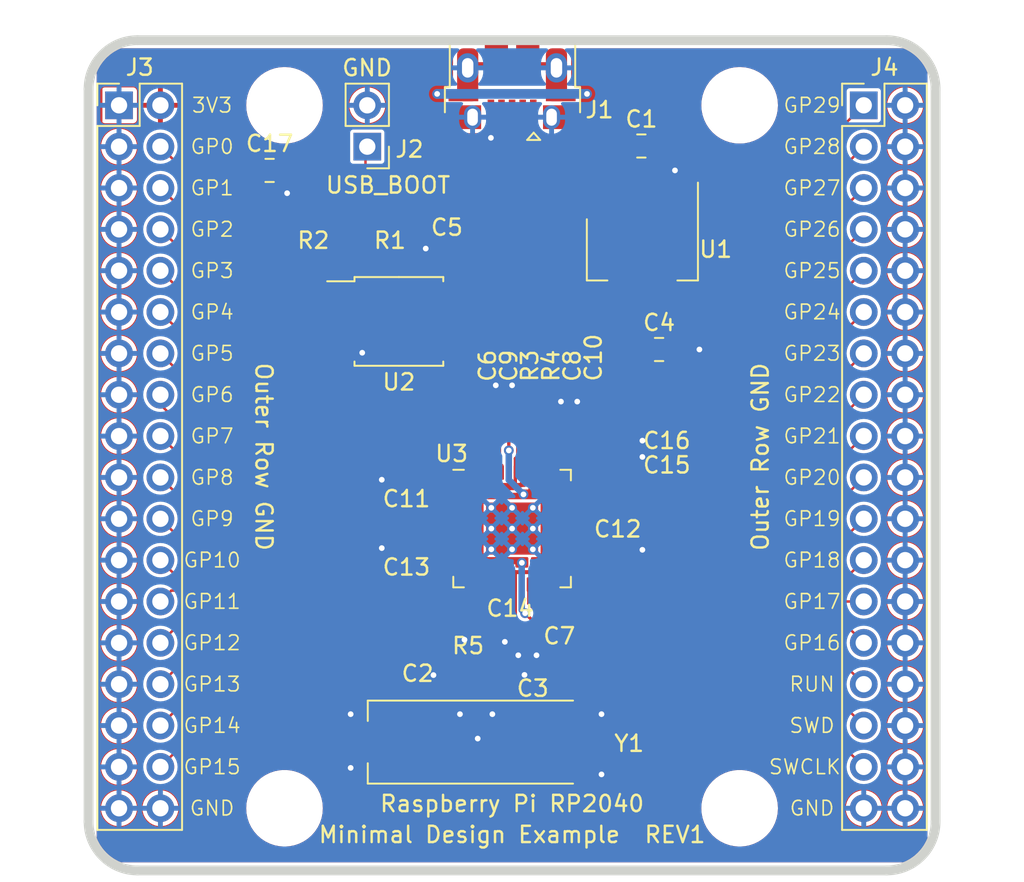
<source format=kicad_pcb>
(kicad_pcb (version 20221018) (generator pcbnew)
  (title_block (title "RP2040 Minimal Design Example") (date "2020-07-13") (rev "REV1") (company "Raspberry Pi (Trading) Ltd"))
  (layers (0 "F.Cu" signal) (31 "B.Cu" signal) (34 "B.Paste" user) (35 "F.Paste" user) (36 "B.SilkS" user "B.Silkscreen") (37 "F.SilkS" user "F.Silkscreen") (38 "B.Mask" user) (39 "F.Mask" user) (44 "Edge.Cuts" user))
  (net 0 "")
  (net 1 "GND")
  (net 2 "VBUS")
  (net 3 "/XIN")
  (net 4 "/XOUT")
  (net 5 "+3V3")
  (net 6 "+1V1")
  (net 7 "Net-(J1-Pad4)")
  (net 8 "/~{USB_BOOT}")
  (net 9 "/GPIO15")
  (net 10 "/GPIO14")
  (net 11 "/GPIO13")
  (net 12 "/GPIO12")
  (net 13 "/GPIO11")
  (net 14 "/GPIO10")
  (net 15 "/GPIO9")
  (net 16 "/GPIO8")
  (net 17 "/GPIO7")
  (net 18 "/GPIO6")
  (net 19 "/GPIO5")
  (net 20 "/GPIO4")
  (net 21 "/GPIO3")
  (net 22 "/GPIO2")
  (net 23 "/GPIO1")
  (net 24 "/GPIO0")
  (net 25 "/GPIO29_ADC3")
  (net 26 "/GPIO28_ADC2")
  (net 27 "/GPIO27_ADC1")
  (net 28 "/GPIO26_ADC0")
  (net 29 "/GPIO25")
  (net 30 "/GPIO24")
  (net 31 "/GPIO23")
  (net 32 "/GPIO22")
  (net 33 "/GPIO21")
  (net 34 "/GPIO20")
  (net 35 "/GPIO19")
  (net 36 "/GPIO18")
  (net 37 "/GPIO17")
  (net 38 "/GPIO16")
  (net 39 "/RUN")
  (net 40 "/SWD")
  (net 41 "/SWCLK")
  (net 42 "/QSPI_SS")
  (net 43 "Net-(R3-Pad2)")
  (net 44 "Net-(R4-Pad2)")
  (net 45 "/QSPI_SD3")
  (net 46 "/QSPI_SCLK")
  (net 47 "/QSPI_SD0")
  (net 48 "/QSPI_SD2")
  (net 49 "/QSPI_SD1")
  (net 50 "/USB_D+")
  (net 51 "/USB_D-")
  (net 52 "Net-(C3-Pad1)")
  (footprint "Capacitor_SMD:C_0805_2012Metric" (layer "F.Cu") (at 109.025 89)
    (fp_text reference "C4")
    (fp_text value "10u")
  )
  (footprint "RP2040_minimal:USB_Micro-B_Amphenol_10103594-0001LF_Horizontal_modified" (layer "F.Cu") (at 100 71.7 180)
    (fp_text reference "J1")
    (fp_text value "USB_B_Micro")
  )
  (footprint "Connector_PinHeader_2.54mm:PinHeader_1x02_P2.54mm_Vertical" (layer "F.Cu") (at 91.11 76.54 180)
    (fp_text reference "J2")
    (fp_text value "Conn_01x02")
  )
  (footprint "Connector_PinHeader_2.54mm:PinHeader_2x18_P2.54mm_Vertical" (layer "F.Cu") (at 75.87 74)
    (fp_text reference "J3")
    (fp_text value "Conn_02x18_Odd_Even")
  )
  (footprint "Capacitor_SMD:C_0402_1005Metric" (layer "F.Cu") (at 104 93.515 90)
    (fp_text reference "C10")
    (fp_text value "1u")
  )
  (footprint "Capacitor_SMD:C_0402_1005Metric" (layer "F.Cu") (at 103 93.515 90)
    (fp_text reference "C8")
    (fp_text value "1u")
  )
  (footprint "Capacitor_SMD:C_0402_1005Metric" (layer "F.Cu") (at 93.515 101.2 180)
    (fp_text reference "C13")
    (fp_text value "100n")
  )
  (footprint "Capacitor_SMD:C_0402_1005Metric" (layer "F.Cu") (at 96.185 82.83 180)
    (fp_text reference "C5")
    (fp_text value "100n")
  )
  (footprint "Capacitor_SMD:C_0402_1005Metric" (layer "F.Cu") (at 89.5 82.315 -90)
    (fp_text reference "R2")
    (fp_text value "DNF")
  )
  (footprint "Connector_PinHeader_2.54mm:PinHeader_2x18_P2.54mm_Vertical" (layer "F.Cu") (at 121.59 74)
    (fp_text reference "J4")
    (fp_text value "Conn_02x18_Odd_Even")
  )
  (footprint "Package_TO_SOT_SMD:SOT-223-3_TabPin2" (layer "F.Cu") (at 108 82.85 -90)
    (fp_text reference "U1")
    (fp_text value "NCP1117-3.3_SOT223")
  )
  (footprint "Package_SO:SOIC-8_5.23x5.23mm_P1.27mm" (layer "F.Cu") (at 93.05 87.275)
    (fp_text reference "U2")
    (fp_text value "W25Q128JVS")
  )
  (footprint "Capacitor_SMD:C_0402_1005Metric" (layer "F.Cu") (at 99.485 109)
    (fp_text reference "C3")
    (fp_text value "27p")
  )
  (footprint "Capacitor_SMD:C_0402_1005Metric" (layer "F.Cu") (at 91 82.315 90)
    (fp_text reference "R1")
    (fp_text value "1k")
  )
  (footprint "Capacitor_SMD:C_0402_1005Metric" (layer "F.Cu") (at 100 92.515 90)
    (fp_text reference "C9")
    (fp_text value "100n")
  )
  (footprint "Capacitor_SMD:C_0402_1005Metric" (layer "F.Cu") (at 106.485 101.2)
    (fp_text reference "C12")
    (fp_text value "100n")
  )
  (footprint "Capacitor_SMD:C_0402_1005Metric" (layer "F.Cu") (at 100.381 106.485 -90)
    (fp_text reference "C14")
    (fp_text value "100n")
  )
  (footprint "Capacitor_SMD:C_0402_1005Metric" (layer "F.Cu") (at 101 93.515 -90)
    (fp_text reference "R3")
    (fp_text value "27")
  )
  (footprint "Capacitor_SMD:C_0402_1005Metric" (layer "F.Cu") (at 101.5 106.485 -90)
    (fp_text reference "C7")
    (fp_text value "100n")
  )
  (footprint "Capacitor_SMD:C_0805_2012Metric" (layer "F.Cu") (at 107.9375 76.5)
    (fp_text reference "C1")
    (fp_text value "10u")
  )
  (footprint "Capacitor_SMD:C_0402_1005Metric" (layer "F.Cu") (at 93.515 97 180)
    (fp_text reference "C11")
    (fp_text value "100n")
  )
  (footprint "Capacitor_SMD:C_0402_1005Metric" (layer "F.Cu") (at 106.485 94.6)
    (fp_text reference "C16")
    (fp_text value "100n")
  )
  (footprint "RP2040_minimal:RP2040-QFN-56" (layer "F.Cu") (at 100 100)
    (fp_text reference "U3")
    (fp_text value "RP2040")
  )
  (footprint "Capacitor_SMD:C_0402_1005Metric" (layer "F.Cu") (at 96.515 109 180)
    (fp_text reference "C2")
    (fp_text value "27p")
  )
  (footprint "MountingHole:MountingHole_2.7mm_M2.5" (layer "F.Cu") (at 113.97 74)
    (fp_text reference "H2" hide)
    (fp_text value "MountingHole")
  )
  (footprint "Capacitor_SMD:C_0402_1005Metric" (layer "F.Cu") (at 102 93.515 -90)
    (fp_text reference "R4")
    (fp_text value "27")
  )
  (footprint "MountingHole:MountingHole_2.7mm_M2.5" (layer "F.Cu") (at 113.97 117.18)
    (fp_text reference "H3" hide)
    (fp_text value "MountingHole")
  )
  (footprint "Capacitor_SMD:C_0402_1005Metric" (layer "F.Cu") (at 99 92.515 90)
    (fp_text reference "C6")
    (fp_text value "100n")
  )
  (footprint "Capacitor_SMD:C_0402_1005Metric" (layer "F.Cu") (at 106.485 96)
    (fp_text reference "C15")
    (fp_text value "100n")
  )
  (footprint "Capacitor_SMD:C_0402_1005Metric" (layer "F.Cu") (at 98.7 107.115 -90)
    (fp_text reference "R5")
    (fp_text value "1k")
  )
  (footprint "MountingHole:MountingHole_2.7mm_M2.5" (layer "F.Cu") (at 86.03 74)
    (fp_text reference "H1" hide)
    (fp_text value "MountingHole")
  )
  (footprint "MountingHole:MountingHole_2.7mm_M2.5" (layer "F.Cu") (at 86.03 117.18)
    (fp_text reference "H4" hide)
    (fp_text value "MountingHole")
  )
  (footprint "RP2040_minimal:Crystal_SMD_HC49-US" (layer "F.Cu") (at 97.841 113.116)
    (fp_text reference "Y1")
    (fp_text value "ABLS-12.000MHZ-B4-T")
  )
  (footprint "Capacitor_SMD:C_0805_2012Metric" (layer "F.Cu") (at 85.115 78)
    (fp_text reference "C17")
    (fp_text value "10u")
  )
  (gr_line (start 123 121) (end 77 121) (stroke (width 0.6)) (layer "Edge.Cuts"))
  (gr_line (start 126 73) (end 126 118) (stroke (width 0.6)) (layer "Edge.Cuts"))
  (gr_line (start 77 70) (end 123 70) (stroke (width 0.6)) (layer "Edge.Cuts"))
  (gr_line (start 74 118) (end 74 73) (stroke (width 0.6)) (layer "Edge.Cuts"))
  (gr_arc (start 74 73) (mid 74.87868 70.87868) (end 77 70) (stroke (width 0.6)) (layer "Edge.Cuts"))
  (gr_arc (start 126 118) (mid 125.12132 120.12132) (end 123 121) (stroke (width 0.6)) (layer "Edge.Cuts"))
  (gr_arc (start 77 121) (mid 74.87868 120.12132) (end 74 118) (stroke (width 0.6)) (layer "Edge.Cuts"))
  (gr_arc (start 123 70) (mid 125.12132 70.87868) (end 126 73) (stroke (width 0.6)) (layer "Edge.Cuts"))
  (gr_text "GP1" (at 81.585 79.08) (layer "F.SilkS") (effects (font (size 0.9 0.9) (thickness 0.1))))
  (gr_text "GP2" (at 81.585 81.62) (layer "F.SilkS") (effects (font (size 0.9 0.9) (thickness 0.1))))
  (gr_text "GP3" (at 81.585 84.16) (layer "F.SilkS") (effects (font (size 0.9 0.9) (thickness 0.1))))
  (gr_text "GP4" (at 81.585 86.7) (layer "F.SilkS") (effects (font (size 0.9 0.9) (thickness 0.1))))
  (gr_text "GP5" (at 81.585 89.24) (layer "F.SilkS") (effects (font (size 0.9 0.9) (thickness 0.1))))
  (gr_text "GP6" (at 81.585 91.78) (layer "F.SilkS") (effects (font (size 0.9 0.9) (thickness 0.1))))
  (gr_text "GP7" (at 81.585 94.32) (layer "F.SilkS") (effects (font (size 0.9 0.9) (thickness 0.1))))
  (gr_text "GP8" (at 81.585 96.86) (layer "F.SilkS") (effects (font (size 0.9 0.9) (thickness 0.1))))
  (gr_text "GP9" (at 81.585 99.4) (layer "F.SilkS") (effects (font (size 0.9 0.9) (thickness 0.1))))
  (gr_text "GP11" (at 81.585 104.48) (layer "F.SilkS") (effects (font (size 0.9 0.9) (thickness 0.1))))
  (gr_text "GP10" (at 81.585 101.94) (layer "F.SilkS") (effects (font (size 0.9 0.9) (thickness 0.1))))
  (gr_text "GP12" (at 81.585 107.02) (layer "F.SilkS") (effects (font (size 0.9 0.9) (thickness 0.1))))
  (gr_text "GP13" (at 81.585 109.56) (layer "F.SilkS") (effects (font (size 0.9 0.9) (thickness 0.1))))
  (gr_text "GP15" (at 81.585 114.64) (layer "F.SilkS") (effects (font (size 0.9 0.9) (thickness 0.1))))
  (gr_text "GP14" (at 81.585 112.1) (layer "F.SilkS") (effects (font (size 0.9 0.9) (thickness 0.1))))
  (gr_text "GP28" (at 118.415 76.54) (layer "F.SilkS") (effects (font (size 0.9 0.9) (thickness 0.1))))
  (gr_text "GP27" (at 118.415 79.08) (layer "F.SilkS") (effects (font (size 0.9 0.9) (thickness 0.1))))
  (gr_text "GP26" (at 118.415 81.62) (layer "F.SilkS") (effects (font (size 0.9 0.9) (thickness 0.1))))
  (gr_text "GP25" (at 118.415 84.16) (layer "F.SilkS") (effects (font (size 0.9 0.9) (thickness 0.1))))
  (gr_text "GP24" (at 118.415 86.7) (layer "F.SilkS") (effects (font (size 0.9 0.9) (thickness 0.1))))
  (gr_text "GP23" (at 118.415 89.24) (layer "F.SilkS") (effects (font (size 0.9 0.9) (thickness 0.1))))
  (gr_text "GP21" (at 118.415 94.32) (layer "F.SilkS") (effects (font (size 0.9 0.9) (thickness 0.1))))
  (gr_text "GP20" (at 118.415 96.86) (layer "F.SilkS") (effects (font (size 0.9 0.9) (thickness 0.1))))
  (gr_text "GP19" (at 118.415 99.4) (layer "F.SilkS") (effects (font (size 0.9 0.9) (thickness 0.1))))
  (gr_text "GP17" (at 118.415 104.48) (layer "F.SilkS") (effects (font (size 0.9 0.9) (thickness 0.1))))
  (gr_text "GP22" (at 118.415 91.78) (layer "F.SilkS") (effects (font (size 0.9 0.9) (thickness 0.1))))
  (gr_text "GP18" (at 118.415 101.94) (layer "F.SilkS") (effects (font (size 0.9 0.9) (thickness 0.1))))
  (gr_text "SWCLK" (at 117.9705 114.64) (layer "F.SilkS") (effects (font (size 0.9 0.9) (thickness 0.1))))
  (gr_text "SWD" (at 118.415 112.1) (layer "F.SilkS") (effects (font (size 0.9 0.9) (thickness 0.1))))
  (gr_text "GP16" (at 118.415 107.02) (layer "F.SilkS") (effects (font (size 0.9 0.9) (thickness 0.1))))
  (gr_text "RUN" (at 118.415 109.56) (layer "F.SilkS") (effects (font (size 0.9 0.9) (thickness 0.1))))
  (gr_text "GND" (at 81.585 117.18) (layer "F.SilkS") (effects (font (size 0.9 0.9) (thickness 0.1))))
  (gr_text "GND" (at 118.415 117.18) (layer "F.SilkS") (effects (font (size 0.9 0.9) (thickness 0.1))))
  (gr_text "GP29" (at 118.415 74) (layer "F.SilkS") (effects (font (size 0.9 0.9) (thickness 0.1))))
  (gr_text "Outer Row GND" (at 84.76 95.59 270) (layer "F.SilkS") (effects (font (size 1 1))))
  (gr_text "Outer Row GND" (at 115.24 95.59 90) (layer "F.SilkS") (effects (font (size 1 1))))
  (gr_text "Raspberry Pi RP2040" (at 100 116.9) (layer "F.SilkS") (effects (font (size 1 1))))
  (gr_text "Minimal Design Example  REV1" (at 100 118.8) (layer "F.SilkS") (effects (font (size 1 1))))
  (gr_text "GP0" (at 81.585 76.54) (layer "F.SilkS") (effects (font (size 0.9 0.9) (thickness 0.1))))
  (gr_text "3V3" (at 81.585 74) (layer "F.SilkS") (effects (font (size 0.9 0.9) (thickness 0.1))))
  (gr_text "GND" (at 91.1 71.7) (layer "F.SilkS") (effects (font (size 1 1))))
  (gr_text "\nUSB_BOOT" (at 92.38 78.1) (layer "F.SilkS") (effects (font (size 1 1))))
  (segment (start 93.03 101.2) (end 92 101.2) (width 0.2) (layer "F.Cu") (net 1))
  (segment (start 101.5 106.97) (end 101.5 107.782004) (width 0.2) (layer "F.Cu") (net 1))
  (segment (start 99 113.35) (end 99 114.4) (width 0.2) (layer "F.Cu") (net 1))
  (segment (start 95.375 82.8) (end 94.7 82.8) (width 0.2) (layer "F.Cu") (net 1))
  (segment (start 100.7505 109) (end 100.762 108.9885) (width 0.15) (layer "F.Cu") (net 1))
  (segment (start 110.3 79.7) (end 110.3 78.3) (width 0.2) (layer "F.Cu") (net 1))
  (segment (start 89.45 89.18) (end 90.78 89.18) (width 0.2) (layer "F.Cu") (net 1))
  (segment (start 86.14 78) (end 86.14 79.25) (width 0.15) (layer "F.Cu") (net 1))
  (segment (start 93.03 97) (end 92 97) (width 0.2) (layer "F.Cu") (net 1))
  (segment (start 110.05 89) (end 111.5 89) (width 0.2) (layer "F.Cu") (net 1))
  (segment (start 106.97 96) (end 107.6 96) (width 0.15) (layer "F.Cu") (net 1))
  (segment (start 102.46 71.45) (end 102.73 71.72) (width 0.2) (layer "F.Cu") (net 1))
  (segment (start 100.381 106.97) (end 100.381 107.781984) (width 0.2) (layer "F.Cu") (net 1))
  (segment (start 103 93.03) (end 103 92.2) (width 0.2) (layer "F.Cu") (net 1))
  (segment (start 99.04 71.45) (end 97.54 71.45) (width 0.2) (layer "F.Cu") (net 1))
  (segment (start 97.079 106.5755) (end 97.079 106.8295) (width 0.15) (layer "F.Cu") (net 1))
  (segment (start 97.54 71.45) (end 97.27 71.72) (width 0.2) (layer "F.Cu") (net 1))
  (segment (start 106.97 101.2) (end 107.075 101.305) (width 0.2) (layer "F.Cu") (net 1))
  (segment (start 99.97 108.68) (end 99.5555 108.2655) (width 0.15) (layer "F.Cu") (net 1))
  (segment (start 108.875 76.875) (end 110 78) (width 0.2) (layer "F.Cu") (net 1))
  (segment (start 99.97 109) (end 99.97 108.68) (width 0.15) (layer "F.Cu") (net 1))
  (segment (start 100.96 71.45) (end 102.46 71.45) (width 0.2) (layer "F.Cu") (net 1))
  (segment (start 96.8 111.65) (end 96.8 110.599974) (width 0.2) (layer "F.Cu") (net 1))
  (segment (start 99 103.4375) (end 99 104.6545) (width 0.15) (layer "F.Cu") (net 1))
  (segment (start 106.97 94.6) (end 108 94.6) (width 0.2) (layer "F.Cu") (net 1))
  (segment (start 95.405 82.83) (end 95.375 82.8) (width 0.2) (layer "F.Cu") (net 1))
  (segment (start 104 93.03) (end 104 92.2) (width 0.2) (layer "F.Cu") (net 1))
  (segment (start 96.03 109) (end 95.174 109) (width 0.2) (layer "F.Cu") (net 1))
  (segment (start 95.7 82.83) (end 95.405 82.83) (width 0.2) (layer "F.Cu") (net 1))
  (segment (start 100 92.03) (end 100 91.2) (width 0.2) (layer "F.Cu") (net 1))
  (segment (start 108.875 76.5) (end 108.875 76.875) (width 0.2) (layer "F.Cu") (net 1))
  (segment (start 99 92.03) (end 99 91.200008) (width 0.2) (layer "F.Cu") (net 1))
  (segment (start 99 104.6545) (end 97.079 106.5755) (width 0.15) (layer "F.Cu") (net 1))
  (segment (start 107.6 96) (end 108 95.6) (width 0.15) (layer "F.Cu") (net 1))
  (segment (start 86.14 78.95) (end 86.19 79) (width 0.15) (layer "F.Cu") (net 1))
  (segment (start 98.7 74.6) (end 98.7 76) (width 0.2) (layer "F.Cu") (net 1))
  (segment (start 100.381 107.781984) (end 100.380994 107.78199) (width 0.2) (layer "F.Cu") (net 1))
  (segment (start 86.19 79) (end 86.19 79.1) (width 0.15) (layer "F.Cu") (net 1))
  (segment (start 90.78 89.18) (end 90.8 89.2) (width 0.2) (layer "F.Cu") (net 1))
  (segment (start 99.97 109) (end 100.7505 109) (width 0.15) (layer "F.Cu") (net 1))
  (segment (start 107.075 101.305) (end 108 101.305) (width 0.2) (layer "F.Cu") (net 1))
  (segment (start 110.3 78.3) (end 110 78) (width 0.2) (layer "F.Cu") (net 1))
  (segment (start 99.5555 108.2655) (end 99.5555 108.0995) (width 0.15) (layer "F.Cu") (net 1))
  (via (at 99.5555 106.9565) (size 0.6) (drill 0.35) (layers "F.Cu" "B.Cu") (net 1))
  (via (at 97.89 112.9) (size 0.6) (drill 0.35) (layers "F.Cu" "B.Cu") (net 1))
  (via (at 98.79 111.4) (size 0.6) (drill 0.35) (layers "F.Cu" "B.Cu") (net 1))
  (via (at 90.09 114.7) (size 0.6) (drill 0.35) (layers "F.Cu" "B.Cu") (net 1))
  (via (at 90.09 111.4) (size 0.6) (drill 0.35) (layers "F.Cu" "B.Cu") (net 1))
  (via (at 105.49 111.4) (size 0.6) (drill 0.35) (layers "F.Cu" "B.Cu") (net 1))
  (via (at 111.5 89) (size 0.6) (drill 0.35) (layers "F.Cu" "B.Cu") (net 1))
  (via (at 95.174 109) (size 0.6) (drill 0.35) (layers "F.Cu" "B.Cu") (net 1))
  (via (at 92 97) (size 0.6) (drill 0.35) (layers "F.Cu" "B.Cu") (net 1))
  (via (at 86.19 79.4) (size 0.6) (drill 0.35) (layers "F.Cu" "B.Cu") (net 1))
  (via (at 94.7 82.8) (size 0.6) (drill 0.35) (layers "F.Cu" "B.Cu") (net 1))
  (via (at 108 95.6) (size 0.6) (drill 0.35) (layers "F.Cu" "B.Cu") (net 1))
  (via (at 97.079 106.8295) (size 0.6) (drill 0.35) (layers "F.Cu" "B.Cu") (net 1))
  (via (at 90.8 89.2) (size 0.6) (drill 0.35) (layers "F.Cu" "B.Cu") (net 1))
  (via (at 108 101.305) (size 0.6) (drill 0.35) (layers "F.Cu" "B.Cu") (net 1))
  (via (at 104 92.2) (size 0.6) (drill 0.35) (layers "F.Cu" "B.Cu") (net 1))
  (via (at 100 91.2) (size 0.6) (drill 0.35) (layers "F.Cu" "B.Cu") (net 1))
  (via (at 98.7 76) (size 0.6) (drill 0.35) (layers "F.Cu" "B.Cu") (net 1))
  (via (at 105.49 115.1) (size 0.6) (drill 0.35) (layers "F.Cu" "B.Cu") (net 1))
  (via (at 100.762 108.9885) (size 0.6) (drill 0.35) (layers "F.Cu" "B.Cu") (net 1))
  (via (at 103 92.2) (size 0.6) (drill 0.35) (layers "F.Cu" "B.Cu") (net 1))
  (via (at 96.8 111.4) (size 0.6) (drill 0.35) (layers "F.Cu" "B.Cu") (net 1))
  (via (at 110 78) (size 0.6) (drill 0.35) (layers "F.Cu" "B.Cu") (net 1))
  (via (at 99 91.200008) (size 0.6) (drill 0.35) (layers "F.Cu" "B.Cu") (net 1))
  (via (at 92 101.2) (size 0.6) (drill 0.35) (layers "F.Cu" "B.Cu") (net 1))
  (via (at 101.5 107.782004) (size 0.6) (drill 0.35) (layers "F.Cu" "B.Cu") (net 1))
  (via (at 108 94.6) (size 0.6) (drill 0.35) (layers "F.Cu" "B.Cu") (net 1))
  (via (at 100.380994 107.78199) (size 0.6) (drill 0.35) (layers "F.Cu" "B.Cu") (net 1))
  (segment (start 104 93) (end 103.8 93) (width 0.2) (layer "B.Cu") (net 1))
  (segment (start 103.299999 92.499999) (end 103 92.2) (width 0.2) (layer "B.Cu") (net 1))
  (segment (start 103.8 93) (end 103.299999 92.499999) (width 0.2) (layer "B.Cu") (net 1))
  (segment (start 101.3 74.525) (end 101.3 75.5) (width 0.4) (layer "F.Cu") (net 2))
  (segment (start 101.3 75.5) (end 102.1 76.3) (width 0.4) (layer "F.Cu") (net 2))
  (segment (start 99.4 104.937861) (end 97.8 106.537861) (width 0.15) (layer "F.Cu") (net 3))
  (segment (start 99.4 103.4375) (end 99.4 104.937861) (width 0.15) (layer "F.Cu") (net 3))
  (segment (start 96.317 113.116) (end 93.341 113.116) (width 0.15) (layer "F.Cu") (net 3))
  (segment (start 97 109) (end 97.6505 109.6505) (width 0.15) (layer "F.Cu") (net 3))
  (segment (start 97.8 106.537861) (end 97.8 108.2) (width 0.15) (layer "F.Cu") (net 3))
  (segment (start 97.8 108.2) (end 97 109) (width 0.15) (layer "F.Cu") (net 3))
  (segment (start 97.6505 109.6505) (end 97.6505 111.7825) (width 0.15) (layer "F.Cu") (net 3))
  (segment (start 97.6505 111.7825) (end 96.317 113.116) (width 0.15) (layer "F.Cu") (net 3))
  (segment (start 99.8 105.1) (end 98.7 106.2) (width 0.15) (layer "F.Cu") (net 4))
  (segment (start 98.7 106.2) (end 98.7 106.63) (width 0.15) (layer "F.Cu") (net 4))
  (segment (start 99.8 103.4375) (end 99.8 105.1) (width 0.15) (layer "F.Cu") (net 4))
  (segment (start 100.350001 94.112535) (end 100.350001 95.549999) (width 0.2) (layer "F.Cu") (net 5))
  (segment (start 100.2 103.4375) (end 100.2 105.5055) (width 0.2) (layer "F.Cu") (net 5))
  (segment (start 100.2 102.8) (end 100 102.6) (width 0.2) (layer "F.Cu") (net 5))
  (segment (start 100.2 97.4) (end 100.2 97) (width 0.2) (layer "F.Cu") (net 5))
  (segment (start 102.2 96.5625) (end 102.2 97.2) (width 0.2) (layer "F.Cu") (net 5))
  (segment (start 96.5625 101) (end 94.2 101) (width 0.2) (layer "F.Cu") (net 5))
  (segment (start 74.7 72.9) (end 74.7 75.2) (width 0.3) (layer "F.Cu") (net 5))
  (segment (start 103.4375 101) (end 105.8 101) (width 0.2) (layer "F.Cu") (net 5))
  (segment (start 103.4375 101) (end 102.6 101) (width 0.2) (layer "F.Cu") (net 5))
  (segment (start 96.65 82.85) (end 96.67 82.83) (width 0.2) (layer "F.Cu") (net 5))
  (segment (start 105.8 101) (end 106 101.2) (width 0.2) (layer "F.Cu") (net 5))
  (segment (start 102.2 96.5625) (end 102.2 96.1) (width 0.2) (layer "F.Cu") (net 5))
  (segment (start 94.2 101) (end 94 101.2) (width 0.2) (layer "F.Cu") (net 5))
  (segment (start 101.096505 108.307005) (end 102.141995 108.307005) (width 0.15) (layer "F.Cu") (net 5))
  (segment (start 100.2 103.4375) (end 100.2 102.8) (width 0.2) (layer "F.Cu") (net 5))
  (segment (start 100.9525 106.2515) (end 100.9525 108.163) (width 0.15) (layer "F.Cu") (net 5))
  (segment (start 100.9525 108.163) (end 101.096505 108.307005) (width 0.15) (layer "F.Cu") (net 5))
  (segment (start 96.5625 97.4) (end 97.4 97.4) (width 0.2) (layer "F.Cu") (net 5))
  (segment (start 100.381 105.6865) (end 100.381 106) (width 0.2) (layer "F.Cu") (net 5))
  (segment (start 96.65 85.37) (end 96.65 82.85) (width 0.2) (layer "F.Cu") (net 5))
  (segment (start 100.6 95.799998) (end 100.350001 95.549999) (width 0.2) (layer "F.Cu") (net 5))
  (segment (start 100.6 97.2) (end 100.4 97.4) (width 0.2) (layer "F.Cu") (net 5))
  (segment (start 108 86) (end 108 89) (width 0.2) (layer "F.Cu") (net 5))
  (segment (start 96.5625 97.4) (end 95.7 97.4) (width 0.2) (layer "F.Cu") (net 5))
  (segment (start 100.701 106) (end 100.9525 106.2515) (width 0.15) (layer "F.Cu") (net 5))
  (segment (start 102.2 96.1) (end 103.6 94.7) (width 0.2) (layer "F.Cu") (net 5))
  (segment (start 100.381 106) (end 100.701 106) (width 0.15) (layer "F.Cu") (net 5))
  (segment (start 96.5625 101) (end 97.4 101) (width 0.2) (layer "F.Cu") (net 5))
  (segment (start 102.6 96.5625) (end 102.6 97.4) (width 0.2) (layer "F.Cu") (net 5))
  (segment (start 102.2 97.2) (end 102.4 97.4) (width 0.2) (layer "F.Cu") (net 5))
  (segment (start 100.6 96.5625) (end 100.6 97.2) (width 0.2) (layer "F.Cu") (net 5))
  (segment (start 100.350001 95.549999) (end 100.2 95.7) (width 0.2) (layer "F.Cu") (net 5))
  (segment (start 100.2 105.5055) (end 100.381 105.6865) (width 0.2) (layer "F.Cu") (net 5))
  (segment (start 100.2 96.5625) (end 100.2 97.4) (width 0.2) (layer "F.Cu") (net 5))
  (segment (start 103.4375 97.4) (end 102.6 97.4) (width 0.2) (layer "F.Cu") (net 5))
  (segment (start 100.6 96.5625) (end 100.6 95.799998) (width 0.2) (layer "F.Cu") (net 5))
  (segment (start 100 93) (end 100 93.762534) (width 0.2) (layer "F.Cu") (net 5))
  (segment (start 100.2 95.7) (end 100.2 96.5625) (width 0.2) (layer "F.Cu") (net 5))
  (segment (start 100 93.762534) (end 100.350001 94.112535) (width 0.2) (layer "F.Cu") (net 5))
  (via (at 95.4 73.3) (size 0.6) (drill 0.35) (layers "F.Cu" "B.Cu") (net 5))
  (via (at 104.6 73.3) (size 0.6) (drill 0.35) (layers "F.Cu" "B.Cu") (net 5))
  (segment (start 104.6 73.3) (end 95.4 73.3) (width 0.6) (layer "B.Cu") (net 5))
  (segment (start 99.8 96.5625) (end 99.8 95.199994) (width 0.2) (layer "F.Cu") (net 6))
  (segment (start 100.4 98) (end 100.5 97.9) (width 0.15) (layer "F.Cu") (net 6))
  (segment (start 99 93) (end 99 93.295) (width 0.2) (layer "F.Cu") (net 6))
  (segment (start 99.8 94.095) (end 99.8 94.77573) (width 0.2) (layer "F.Cu") (net 6))
  (segment (start 101.5 105.9) (end 100.8 105.2) (width 0.2) (layer "F.Cu") (net 6))
  (segment (start 100.6 103.4375) (end 100.6 105) (width 0.2) (layer "F.Cu") (net 6))
  (segment (start 99 93.295) (end 99.8 94.095) (width 0.2) (layer "F.Cu") (net 6))
  (segment (start 101.8 95.8) (end 103 94.6) (width 0.2) (layer "F.Cu") (net 6))
  (segment (start 100.6 105) (end 100.8 105.2) (width 0.2) (layer "F.Cu") (net 6))
  (segment (start 99.8 94.77573) (end 99.8 95.199994) (width 0.2) (layer "F.Cu") (net 6))
  (segment (start 101.5 106) (end 101.5 105.9) (width 0.2) (layer "F.Cu") (net 6))
  (segment (start 100.5 97.9) (end 100.7 97.9) (width 0.15) (layer "F.Cu") (net 6))
  (segment (start 101.8 96.5625) (end 101.8 97.4) (width 0.2) (layer "F.Cu") (net 6))
  (segment (start 101.8 96.5625) (end 101.8 95.8) (width 0.2) (layer "F.Cu") (net 6))
  (segment (start 103 94.6) (end 103 94) (width 0.2) (layer "F.Cu") (net 6))
  (via (at 99.8 95.199994) (size 0.6) (drill 0.35) (layers "F.Cu" "B.Cu") (net 6))
  (via (at 100.59997 102.1) (size 0.6) (drill 0.35) (layers "F.Cu" "B.Cu") (net 6))
  (via (at 100.7 97.9) (size 0.6) (drill 0.35) (layers "F.Cu" "B.Cu") (net 6))
  (via (at 100.8 105.2) (size 0.6) (drill 0.35) (layers "F.Cu" "B.Cu") (net 6))
  (segment (start 99.8 97.01) (end 100.69 97.9) (width 0.4) (layer "B.Cu") (net 6))
  (segment (start 100.59 104.99) (end 100.59 102.10997) (width 0.4) (layer "B.Cu") (net 6))
  (segment (start 100.69 97.9) (end 100.7 97.9) (width 0.4) (layer "B.Cu") (net 6))
  (segment (start 100.59 102.10997) (end 100.59997 102.1) (width 0.4) (layer "B.Cu") (net 6))
  (segment (start 99.8 95.199994) (end 99.8 97.01) (width 0.4) (layer "B.Cu") (net 6))
  (segment (start 100.8 105.2) (end 100.59 104.99) (width 0.4) (layer "B.Cu") (net 6))
  (segment (start 91 81.83) (end 91 76.65) (width 0.15) (layer "F.Cu") (net 8))
  (segment (start 91 76.65) (end 91.11 76.54) (width 0.15) (layer "F.Cu") (net 8))
  (segment (start 98.6 103.4375) (end 98.6 104.437861) (width 0.15) (layer "F.Cu") (net 9))
  (segment (start 96.687861 106.35) (end 86.7 106.35) (width 0.15) (layer "F.Cu") (net 9))
  (segment (start 86.7 106.35) (end 78.41 114.64) (width 0.15) (layer "F.Cu") (net 9))
  (segment (start 98.6 104.437861) (end 96.687861 106.35) (width 0.15) (layer "F.Cu") (net 9))
  (segment (start 96.675 105.715) (end 84.795 105.715) (width 0.15) (layer "F.Cu") (net 10))
  (segment (start 84.795 105.715) (end 78.41 112.1) (width 0.15) (layer "F.Cu") (net 10))
  (segment (start 98.2 103.4375) (end 98.2 104.19) (width 0.15) (layer "F.Cu") (net 10))
  (segment (start 98.2 104.19) (end 96.675 105.715) (width 0.15) (layer "F.Cu") (net 10))
  (segment (start 82.89 105.08) (end 78.41 109.56) (width 0.15) (layer "F.Cu") (net 11))
  (segment (start 97.8 103.4375) (end 97.8 103.875) (width 0.15) (layer "F.Cu") (net 11))
  (segment (start 96.595 105.08) (end 82.89 105.08) (width 0.15) (layer "F.Cu") (net 11))
  (segment (start 97.8 103.875) (end 96.595 105.08) (width 0.15) (layer "F.Cu") (net 11))
  (segment (start 97.4 103.4375) (end 97.3 103.5375) (width 0.15) (layer "F.Cu") (net 12))
  (segment (start 97.3 103.5375) (end 97.0975 103.5375) (width 0.15) (layer "F.Cu") (net 12))
  (segment (start 80.985 104.445) (end 78.41 107.02) (width 0.15) (layer "F.Cu") (net 12))
  (segment (start 96.19 104.445) (end 80.985 104.445) (width 0.15) (layer "F.Cu") (net 12))
  (segment (start 97.0975 103.5375) (end 96.19 104.445) (width 0.15) (layer "F.Cu") (net 12))
  (segment (start 94.92 103.81) (end 79.08 103.81) (width 0.15) (layer "F.Cu") (net 13))
  (segment (start 79.08 103.81) (end 78.41 104.48) (width 0.15) (layer "F.Cu") (net 13))
  (segment (start 96.13 102.6) (end 94.92 103.81) (width 0.15) (layer "F.Cu") (net 13))
  (segment (start 96.5625 102.6) (end 96.13 102.6) (width 0.15) (layer "F.Cu") (net 13))
  (segment (start 96.5625 102.2) (end 95.26 102.2) (width 0.15) (layer "F.Cu") (net 14))
  (segment (start 79.645 103.175) (end 78.41 101.94) (width 0.15) (layer "F.Cu") (net 14))
  (segment (start 94.285 103.175) (end 79.645 103.175) (width 0.15) (layer "F.Cu") (net 14))
  (segment (start 95.26 102.2) (end 94.285 103.175) (width 0.15) (layer "F.Cu") (net 14))
  (segment (start 96.5625 101.8) (end 95.025 101.8) (width 0.15) (layer "F.Cu") (net 15))
  (segment (start 95.025 101.8) (end 94.285 102.54) (width 0.15) (layer "F.Cu") (net 15))
  (segment (start 81.55 102.54) (end 78.41 99.4) (width 0.15) (layer "F.Cu") (net 15))
  (segment (start 94.285 102.54) (end 81.55 102.54) (width 0.15) (layer "F.Cu") (net 15))
  (segment (start 83.455 101.905) (end 78.41 96.86) (width 0.15) (layer "F.Cu") (net 16))
  (segment (start 94.285 101.905) (end 83.455 101.905) (width 0.15) (layer "F.Cu") (net 16))
  (segment (start 96.5625 101.4) (end 94.79 101.4) (width 0.15) (layer "F.Cu") (net 16))
  (segment (start 94.79 101.4) (end 94.285 101.905) (width 0.15) (layer "F.Cu") (net 16))
  (segment (start 84.69 100.6) (end 78.41 94.32) (width 0.15) (layer "F.Cu") (net 17))
  (segment (start 96.5625 100.6) (end 84.69 100.6) (width 0.15) (layer "F.Cu") (net 17))
  (segment (start 78.41 92.38) (end 78.41 91.78) (width 0.15) (layer "F.Cu") (net 18))
  (segment (start 96.5625 100.2) (end 86.23 100.2) (width 0.15) (layer "F.Cu") (net 18))
  (segment (start 86.23 100.2) (end 78.41 92.38) (width 0.15) (layer "F.Cu") (net 18))
  (segment (start 79.68 90.51) (end 78.41 89.24) (width 0.15) (layer "F.Cu") (net 19))
  (segment (start 79.68 92.38) (end 79.68 90.51) (width 0.15) (layer "F.Cu") (net 19))
  (segment (start 96.5625 99.8) (end 87.1 99.8) (width 0.15) (layer "F.Cu") (net 19))
  (segment (start 87.1 99.8) (end 79.68 92.38) (width 0.15) (layer "F.Cu") (net 19))
  (segment (start 96.5625 99.4) (end 87.97 99.4) (width 0.15) (layer "F.Cu") (net 20))
  (segment (start 87.97 99.4) (end 80.95 92.38) (width 0.15) (layer "F.Cu") (net 20))
  (segment (start 80.95 92.38) (end 80.95 89.24) (width 0.15) (layer "F.Cu") (net 20))
  (segment (start 80.95 89.24) (end 78.41 86.7) (width 0.15) (layer "F.Cu") (net 20))
  (segment (start 88.84 99) (end 82.22 92.38) (width 0.15) (layer "F.Cu") (net 21))
  (segment (start 78.4275 84.16) (end 78.41 84.16) (width 0.15) (layer "F.Cu") (net 21))
  (segment (start 96.5625 99) (end 88.84 99) (width 0.15) (layer "F.Cu") (net 21))
  (segment (start 82.22 87.9525) (end 78.4275 84.16) (width 0.15) (layer "F.Cu") (net 21))
  (segment (start 82.22 92.38) (end 82.22 87.9525) (width 0.15) (layer "F.Cu") (net 21))
  (segment (start 83.49 92.38) (end 83.49 86.6825) (width 0.15) (layer "F.Cu") (net 22))
  (segment (start 96.5625 98.6) (end 89.71 98.6) (width 0.15) (layer "F.Cu") (net 22))
  (segment (start 89.71 98.6) (end 83.49 92.38) (width 0.15) (layer "F.Cu") (net 22))
  (segment (start 83.49 86.6825) (end 78.4275 81.62) (width 0.15) (layer "F.Cu") (net 22))
  (segment (start 78.4275 81.62) (end 78.41 81.62) (width 0.15) (layer "F.Cu") (net 22))
  (segment (start 84.76 85.4125) (end 78.4275 79.08) (width 0.15) (layer "F.Cu") (net 23))
  (segment (start 84.76 92.38) (end 84.76 85.4125) (width 0.15) (layer "F.Cu") (net 23))
  (segment (start 90.58 98.2) (end 84.76 92.38) (width 0.15) (layer "F.Cu") (net 23))
  (segment (start 96.5625 98.2) (end 90.58 98.2) (width 0.15) (layer "F.Cu") (net 23))
  (segment (start 78.4275 79.08) (end 78.41 79.08) (width 0.15) (layer "F.Cu") (net 23))
  (segment (start 86.03 84.16) (end 78.41 76.54) (width 0.15) (layer "F.Cu") (net 24))
  (segment (start 96.5625 97.8) (end 91.45 97.8) (width 0.15) (layer "F.Cu") (net 24))
  (segment (start 86.03 92.38) (end 86.03 84.16) (width 0.15) (layer "F.Cu") (net 24))
  (segment (start 91.45 97.8) (end 86.03 92.38) (width 0.15) (layer "F.Cu") (net 24))
  (segment (start 106.645 97.8) (end 112.065 92.38) (width 0.15) (layer "F.Cu") (net 25))
  (segment (start 112.065 83.51625) (end 121.58125 74) (width 0.15) (layer "F.Cu") (net 25))
  (segment (start 112.065 92.38) (end 112.065 83.51625) (width 0.15) (layer "F.Cu") (net 25))
  (segment (start 103.4375 97.8) (end 106.645 97.8) (width 0.15) (layer "F.Cu") (net 25))
  (segment (start 121.58125 74) (end 121.59 74) (width 0.15) (layer "F.Cu") (net 25))
  (segment (start 120.93 77.2) (end 121.59 76.54) (width 0.15) (layer "F.Cu") (net 26))
  (segment (start 107.515 98.2) (end 113.335 92.38) (width 0.15) (layer "F.Cu") (net 26))
  (segment (start 103.4375 98.2) (end 107.515 98.2) (width 0.15) (layer "F.Cu") (net 26))
  (segment (start 113.335 92.38) (end 113.335 84.795) (width 0.15) (layer "F.Cu") (net 26))
  (segment (start 113.335 84.795) (end 120.93 77.2) (width 0.15) (layer "F.Cu") (net 26))
  (segment (start 103.4375 98.6) (end 108.385 98.6) (width 0.15) (layer "F.Cu") (net 27))
  (segment (start 108.385 98.6) (end 114.605 92.38) (width 0.15) (layer "F.Cu") (net 27))
  (segment (start 120.92 79.75) (end 121.59 79.08) (width 0.15) (layer "F.Cu") (net 27))
  (segment (start 114.605 86.065) (end 120.92 79.75) (width 0.15) (layer "F.Cu") (net 27))
  (segment (start 114.605 92.38) (end 114.605 86.065) (width 0.15) (layer "F.Cu") (net 27))
  (segment (start 109.2725 99) (end 115.875 92.3975) (width 0.15) (layer "F.Cu") (net 28))
  (segment (start 115.875 87.335) (end 120.92 82.29) (width 0.15) (layer "F.Cu") (net 28))
  (segment (start 103.4375 99) (end 109.2725 99) (width 0.15) (layer "F.Cu") (net 28))
  (segment (start 115.875 92.3975) (end 115.875 87.335) (width 0.15) (layer "F.Cu") (net 28))
  (segment (start 120.92 82.29) (end 121.59 81.62) (width 0.15) (layer "F.Cu") (net 28))
  (segment (start 117.145 88.605) (end 120.92 84.83) (width 0.15) (layer "F.Cu") (net 29))
  (segment (start 120.92 84.83) (end 121.59 84.16) (width 0.15) (layer "F.Cu") (net 29))
  (segment (start 103.4375 99.4) (end 110.125 99.4) (width 0.15) (layer "F.Cu") (net 29))
  (segment (start 110.125 99.4) (end 117.145 92.38) (width 0.15) (layer "F.Cu") (net 29))
  (segment (start 117.145 92.38) (end 117.145 88.605) (width 0.15) (layer "F.Cu") (net 29))
  (segment (start 103.4375 99.8) (end 110.995 99.8) (width 0.15) (layer "F.Cu") (net 30))
  (segment (start 118.415 89.875) (end 120.92 87.37) (width 0.15) (layer "F.Cu") (net 30))
  (segment (start 120.92 87.37) (end 121.59 86.7) (width 0.15) (layer "F.Cu") (net 30))
  (segment (start 110.995 99.8) (end 118.415 92.38) (width 0.15) (layer "F.Cu") (net 30))
  (segment (start 118.415 92.38) (end 118.415 89.875) (width 0.15) (layer "F.Cu") (net 30))
  (segment (start 119.685 91.145) (end 119.685 92.38) (width 0.15) (layer "F.Cu") (net 31))
  (segment (start 119.685 92.38) (end 111.865 100.2) (width 0.15) (layer "F.Cu") (net 31))
  (segment (start 121.59 89.24) (end 119.685 91.145) (width 0.15) (layer "F.Cu") (net 31))
  (segment (start 111.865 100.2) (end 105.2 100.2) (width 0.15) (layer "F.Cu") (net 31))
  (segment (start 105.2 100.2) (end 103.4375 100.2) (width 0.15) (layer "F.Cu") (net 31))
  (segment (start 103.4375 100.6) (end 112.77 100.6) (width 0.15) (layer "F.Cu") (net 32))
  (segment (start 112.77 100.6) (end 120.32 93.05) (width 0.15) (layer "F.Cu") (net 32))
  (segment (start 120.32 93.05) (end 121.59 91.78) (width 0.15) (layer "F.Cu") (net 32))
  (segment (start 105.10875 101.94) (end 113.97 101.94) (width 0.15) (layer "F.Cu") (net 33))
  (segment (start 120.32 95.59) (end 121.59 94.32) (width 0.15) (layer "F.Cu") (net 33))
  (segment (start 103.4375 101.4) (end 104.56875 101.4) (width 0.15) (layer "F.Cu") (net 33))
  (segment (start 104.56875 101.4) (end 105.10875 101.94) (width 0.15) (layer "F.Cu") (net 33))
  (segment (start 113.97 101.94) (end 120.32 95.59) (width 0.15) (layer "F.Cu") (net 33))
  (segment (start 115.875 102.575) (end 120.32 98.13) (width 0.15) (layer "F.Cu") (net 34))
  (segment (start 103.4375 101.8) (end 104.305 101.8) (width 0.15) (layer "F.Cu") (net 34))
  (segment (start 105.08 102.575) (end 115.875 102.575) (width 0.15) (layer "F.Cu") (net 34))
  (segment (start 120.32 98.13) (end 121.59 96.86) (width 0.15) (layer "F.Cu") (net 34))
  (segment (start 104.305 101.8) (end 105.08 102.575) (width 0.15) (layer "F.Cu") (net 34))
  (segment (start 104.07 102.2) (end 105.08 103.21) (width 0.15) (layer "F.Cu") (net 35))
  (segment (start 105.08 103.21) (end 117.78 103.21) (width 0.15) (layer "F.Cu") (net 35))
  (segment (start 120.32 100.67) (end 121.59 99.4) (width 0.15) (layer "F.Cu") (net 35))
  (segment (start 103.4375 102.2) (end 104.07 102.2) (width 0.15) (layer "F.Cu") (net 35))
  (segment (start 117.78 103.21) (end 120.32 100.67) (width 0.15) (layer "F.Cu") (net 35))
  (segment (start 105.08 103.845) (end 103.835 102.6) (width 0.15) (layer "F.Cu") (net 36))
  (segment (start 119.685 103.845) (end 105.08 103.845) (width 0.15) (layer "F.Cu") (net 36))
  (segment (start 103.835 102.6) (end 103.4375 102.6) (width 0.15) (layer "F.Cu") (net 36))
  (segment (start 121.59 101.94) (end 119.685 103.845) (width 0.15) (layer "F.Cu") (net 36))
  (segment (start 103.342681 103.4375) (end 104.385181 104.48) (width 0.15) (layer "F.Cu") (net 37))
  (segment (start 102.6 103.4375) (end 103.342681 103.4375) (width 0.15) (layer "F.Cu") (net 37))
  (segment (start 104.385181 104.48) (end 121.59 104.48) (width 0.15) (layer "F.Cu") (net 37))
  (segment (start 102.2 104) (end 102.2 103.4375) (width 0.15) (layer "F.Cu") (net 38))
  (segment (start 119.685 105.115) (end 103.315 105.115) (width 0.15) (layer "F.Cu") (net 38))
  (segment (start 121.59 107.02) (end 119.685 105.115) (width 0.15) (layer "F.Cu") (net 38))
  (segment (start 103.315 105.115) (end 102.2 104) (width 0.15) (layer "F.Cu") (net 38))
  (segment (start 121.59 109.56) (end 117.78 105.75) (width 0.15) (layer "F.Cu") (net 39))
  (segment (start 103.35 105.75) (end 101.8 104.2) (width 0.15) (layer "F.Cu") (net 39))
  (segment (start 101.8 104.2) (end 101.8 103.4375) (width 0.15) (layer "F.Cu") (net 39))
  (segment (start 117.78 105.75) (end 103.35 105.75) (width 0.15) (layer "F.Cu") (net 39))
  (segment (start 115.875 106.385) (end 103.385 106.385) (width 0.15) (layer "F.Cu") (net 40))
  (segment (start 121.59 112.1) (end 115.875 106.385) (width 0.15) (layer "F.Cu") (net 40))
  (segment (start 103.385 106.385) (end 101.4 104.4) (width 0.15) (layer "F.Cu") (net 40))
  (segment (start 101.4 104.4) (end 101.4 103.4375) (width 0.15) (layer "F.Cu") (net 40))
  (segment (start 121.59 114.64) (end 113.97 107.02) (width 0.15) (layer "F.Cu") (net 41))
  (segment (start 101 104.611499) (end 101 103.4375) (width 0.15) (layer "F.Cu") (net 41))
  (segment (start 103.408501 107.02) (end 101 104.611499) (width 0.15) (layer "F.Cu") (net 41))
  (segment (start 113.97 107.02) (end 103.408501 107.02) (width 0.15) (layer "F.Cu") (net 41))
  (segment (start 97.4 96.4) (end 97.4 96.6) (width 0.15) (layer "F.Cu") (net 42))
  (segment (start 88.93 85.37) (end 87.5 86.8) (width 0.15) (layer "F.Cu") (net 42))
  (segment (start 87.5 86.8) (end 87.5 90.2) (width 0.15) (layer "F.Cu") (net 42))
  (segment (start 89.5 82.8) (end 91 82.8) (width 0.15) (layer "F.Cu") (net 42))
  (segment (start 89.45 85.37) (end 88.93 85.37) (width 0.15) (layer "F.Cu") (net 42))
  (segment (start 97.4 96.6) (end 97.4 96.6275) (width 0.15) (layer "F.Cu") (net 42))
  (segment (start 88.6 91.3) (end 92.3 91.3) (width 0.15) (layer "F.Cu") (net 42))
  (segment (start 92.3 91.3) (end 97.4 96.4) (width 0.15) (layer "F.Cu") (net 42))
  (segment (start 89.45 82.85) (end 89.5 82.8) (width 0.15) (layer "F.Cu") (net 42))
  (segment (start 87.5 90.2) (end 88.6 91.3) (width 0.15) (layer "F.Cu") (net 42))
  (segment (start 89.45 85.37) (end 89.45 82.85) (width 0.15) (layer "F.Cu") (net 42))
  (segment (start 101 96.5625) (end 101 94) (width 0.2) (layer "F.Cu") (net 43))
  (segment (start 102 94.7) (end 102 94) (width 0.2) (layer "F.Cu") (net 44))
  (segment (start 101.4 95.3) (end 102 94.7) (width 0.2) (layer "F.Cu") (net 44))
  (segment (start 101.4 96.5625) (end 101.4 95.3) (width 0.2) (layer "F.Cu") (net 44))
  (segment (start 99.251321 94.251321) (end 97.9 92.9) (width 0.15) (layer "F.Cu") (net 45))
  (segment (start 97.9 92.9) (end 97.9 91.1) (width 0.15) (layer "F.Cu") (net 45))
  (segment (start 99.4 96.5625) (end 99.4 96.125) (width 0.15) (layer "F.Cu") (net 45))
  (segment (start 99.251321 95.976321) (end 99.251321 94.251321) (width 0.15) (layer "F.Cu") (net 45))
  (segment (start 99.4 96.125) (end 99.251321 95.976321) (width 0.15) (layer "F.Cu") (net 45))
  (segment (start 97.9 91.1) (end 98.4 90.6) (width 0.15) (layer "F.Cu") (net 45))
  (segment (start 98.4 90.6) (end 98.4 87.8) (width 0.15) (layer "F.Cu") (net 45))
  (segment (start 97.24 86.64) (end 96.65 86.64) (width 0.15) (layer "F.Cu") (net 45))
  (segment (start 98.4 87.8) (end 97.24 86.64) (width 0.15) (layer "F.Cu") (net 45))
  (segment (start 97.8 90.4) (end 97.8 88.5) (width 0.15) (layer "F.Cu") (net 46))
  (segment (start 99 96.5725) (end 98.95131 96.52381) (width 0.15) (layer "F.Cu") (net 46))
  (segment (start 97.3 90.9) (end 97.8 90.4) (width 0.15) (layer "F.Cu") (net 46))
  (segment (start 98.95131 96.52381) (end 98.95131 94.75131) (width 0.15) (layer "F.Cu") (net 46))
  (segment (start 97.3 93.1) (end 97.3 90.9) (width 0.15) (layer "F.Cu") (net 46))
  (segment (start 97.8 88.5) (end 97.21 87.91) (width 0.15) (layer "F.Cu") (net 46))
  (segment (start 97.21 87.91) (end 96.65 87.91) (width 0.15) (layer "F.Cu") (net 46))
  (segment (start 98.95131 94.75131) (end 97.3 93.1) (width 0.15) (layer "F.Cu") (net 46))
  (segment (start 98.6 95.2) (end 96.7 93.3) (width 0.15) (layer "F.Cu") (net 47))
  (segment (start 96.7 89.23) (end 96.65 89.18) (width 0.15) (layer "F.Cu") (net 47))
  (segment (start 98.6 96.5725) (end 98.6 95.2) (width 0.15) (layer "F.Cu") (net 47))
  (segment (start 96.7 93.3) (end 96.7 89.23) (width 0.15) (layer "F.Cu") (net 47))
  (segment (start 90.51 87.91) (end 89.45 87.91) (width 0.15) (layer "F.Cu") (net 48))
  (segment (start 98.2 95.6) (end 90.51 87.91) (width 0.15) (layer "F.Cu") (net 48))
  (segment (start 98.2 96.5725) (end 98.2 95.6) (width 0.15) (layer "F.Cu") (net 48))
  (segment (start 88.1 87.5) (end 88.96 86.64) (width 0.15) (layer "F.Cu") (net 49))
  (segment (start 97.8 96.5725) (end 97.8 96) (width 0.15) (layer "F.Cu") (net 49))
  (segment (start 88.96 86.64) (end 89.45 86.64) (width 0.15) (layer "F.Cu") (net 49))
  (segment (start 89 90.7) (end 88.1 89.8) (width 0.15) (layer "F.Cu") (net 49))
  (segment (start 97.8 96) (end 92.5 90.7) (width 0.15) (layer "F.Cu") (net 49))
  (segment (start 88.1 89.8) (end 88.1 87.5) (width 0.15) (layer "F.Cu") (net 49))
  (segment (start 92.5 90.7) (end 89 90.7) (width 0.15) (layer "F.Cu") (net 49))
  (segment (start 100 75.8) (end 99.725 76.075) (width 0.4) (layer "F.Cu") (net 50))
  (segment (start 99.725 82.596752) (end 99.725 76.4) (width 0.8) (layer "F.Cu") (net 50))
  (segment (start 99.725 76.075) (end 99.725 76.4) (width 0.4) (layer "F.Cu") (net 50))
  (segment (start 101.025 83.896752) (end 99.725 82.596752) (width 0.8) (layer "F.Cu") (net 50))
  (segment (start 101.025 93.005) (end 101.025 83.896752) (width 0.8) (layer "F.Cu") (net 50))
  (segment (start 101 93.03) (end 101.025 93.005) (width 0.8) (layer "F.Cu") (net 50))
  (segment (start 100 74.525) (end 100 75.8) (width 0.4) (layer "F.Cu") (net 50))
  (segment (start 100.65 74.525) (end 100.65 76.375) (width 0.4) (layer "F.Cu") (net 51))
  (segment (start 100.675 82.203248) (end 100.675 76.4) (width 0.8) (layer "F.Cu") (net 51))
  (segment (start 100.65 76.375) (end 100.675 76.4) (width 0.4) (layer "F.Cu") (net 51))
  (segment (start 101.975 93.005) (end 101.975 83.503248) (width 0.8) (layer "F.Cu") (net 51))
  (segment (start 101.975 83.503248) (end 100.675 82.203248) (width 0.8) (layer "F.Cu") (net 51))
  (segment (start 102 93.03) (end 101.975 93.005) (width 0.8) (layer "F.Cu") (net 51))
  (segment (start 98.8025 109) (end 98.0315 109.771) (width 0.15) (layer "F.Cu") (net 52))
  (segment (start 99.365 113.116) (end 102.341 113.116) (width 0.15) (layer "F.Cu") (net 52))
  (segment (start 99 109) (end 98.8025 109) (width 0.15) (layer "F.Cu") (net 52))
  (segment (start 99 108.5) (end 99 109) (width 0.15) (layer "F.Cu") (net 52))
  (segment (start 98.0315 111.7825) (end 99.365 113.116) (width 0.15) (layer "F.Cu") (net 52))
  (segment (start 98.0315 109.771) (end 98.0315 111.7825) (width 0.15) (layer "F.Cu") (net 52))
  (segment (start 98.7 107.6) (end 98.7 108.2) (width 0.15) (layer "F.Cu") (net 52))
  (segment (start 98.7 108.2) (end 99 108.5) (width 0.15) (layer "F.Cu") (net 52))
  (zone (net 2) (net_name "VBUS") (layer "F.Cu") (priority 2) (connect_pads (clearance 0.2)) (min_thickness 0.25) (fill yes (thermal_gap 0.508) (thermal_bridge_width 0.508))
    (polygon (pts (xy 108 78) (xy 106.1 78) (xy 106.1 81.6) (xy 101.7 81.6) (xy 101.7 75.8) (xy 104.3 75.8) (xy 104.3 75) (xy 108 75)))
  )
  (zone (net 6) (net_name "+1V1") (layer "F.Cu") (priority 1) (connect_pads yes (clearance 0.15)) (min_thickness 0.15) (fill yes (thermal_gap 0.508) (thermal_bridge_width 0.508))
    (polygon (pts (xy 102 98.2) (xy 98.4 98.2) (xy 98.4 101.6) (xy 101 101.6) (xy 101 102.4) (xy 100.2 102.4) (xy 100.2 102.2) (xy 97.8 102.2) (xy 97.8 97.8) (xy 100.6 97.8) (xy 100.6 97.6) (xy 101 97.6) (xy 101 97.2) (xy 102 97.2)))
  )
  (zone (net 5) (net_name "+3V3") (layer "F.Cu") (connect_pads yes (clearance 0.15)) (min_thickness 0.15) (fill yes (thermal_gap 0.508) (thermal_bridge_width 0.508))
    (polygon (pts (xy 102.8 102.8) (xy 97.2 102.8) (xy 97.2 97.2) (xy 100 97.2) (xy 100.8 97.2) (xy 102.8 97.2)))
  )
  (zone (net 5) (net_name "+3V3") (layer "F.Cu") (connect_pads (clearance 0.25)) (min_thickness 0.2) (fill yes (thermal_gap 0.3) (thermal_bridge_width 0.3))
    (polygon (pts (xy 125.5 120.5) (xy 74.5 120.5) (xy 74.5 70.5) (xy 125.5 70.5)))
    (polygon (pts (xy 120.32 74) (xy 111.43 82.89) (xy 111.43 92.415) (xy 105.715 98.13) (xy 103.81 98.13) (xy 103.81 103.845) (xy 96.19 103.845) (xy 96.19 98.13) (xy 93.015 98.13) (xy 86.665 91.78) (xy 86.665 83.525) (xy 79.68 76.54) (xy 78.41 76.54) (xy 78.41 114.64) (xy 79.68 114.64) (xy 87.3 107.02) (xy 101.905 107.02) (xy 102.54 107.655) (xy 113.335 107.655) (xy 120.32 114.64) (xy 121.59 114.64) (xy 121.59 74)))
    (polygon (pts (xy 98.8 76.2) (xy 98.8 85.2) (xy 88.4 85.2) (xy 87.1 86.4) (xy 87.1 90.4) (xy 88.6 91.8) (xy 92.1 91.8) (xy 97.1 96.8) (xy 101.1 96.8) (xy 101.1 92.2) (xy 102.9 92.2) (xy 102.9 83) (xy 101.7 81.8) (xy 101.7 76.2)))
  )
  (zone (net 1) (net_name "GND") (layer "F.Cu") (priority 1) (connect_pads (clearance 0.25)) (min_thickness 0.254) (fill yes (thermal_gap 0.5) (thermal_bridge_width 0.5))
    (polygon (pts (xy 105.99 108.6) (xy 105.99 116) (xy 89.59 116) (xy 89.59 106.7) (xy 96.69 106.7) (xy 98.79 104.6) (xy 99.99 104.6) (xy 99.99 108.6)))
  )
  (zone (net 1) (net_name "GND") (layer "B.Cu") (connect_pads (clearance 0.2)) (min_thickness 0.2) (fill yes (thermal_gap 0.3) (thermal_bridge_width 0.3))
    (polygon (pts (xy 125.5 120.5) (xy 74.5 120.5) (xy 74.5 70.5) (xy 125.5 70.5)))
  )
)
</source>
